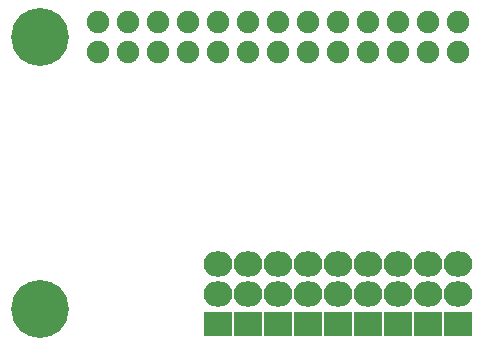
<source format=gbs>
G04 #@! TF.FileFunction,Soldermask,Bot*
%FSLAX46Y46*%
G04 Gerber Fmt 4.6, Leading zero omitted, Abs format (unit mm)*
G04 Created by KiCad (PCBNEW 4.0.0-stable) date Tuesday, March 22, 2016 'PMt' 06:17:10 PM*
%MOMM*%
G01*
G04 APERTURE LIST*
%ADD10C,0.100000*%
%ADD11C,4.900000*%
%ADD12C,1.900000*%
%ADD13R,2.432000X2.127200*%
%ADD14O,2.432000X2.127200*%
G04 APERTURE END LIST*
D10*
D11*
X3500000Y26500000D03*
X3500000Y3500000D03*
D12*
X8370000Y25230000D03*
X8370000Y27770000D03*
X10910000Y25230000D03*
X13450000Y25230000D03*
X15990000Y25230000D03*
X18530000Y25230000D03*
X21070000Y25230000D03*
X23610000Y25230000D03*
X26150000Y25230000D03*
X28690000Y25230000D03*
X31230000Y25230000D03*
X33770000Y25230000D03*
X36310000Y25230000D03*
X38850000Y25230000D03*
X10910000Y27770000D03*
X13450000Y27770000D03*
X15990000Y27770000D03*
X18530000Y27770000D03*
X21070000Y27770000D03*
X23610000Y27770000D03*
X26150000Y27770000D03*
X28690000Y27770000D03*
X31230000Y27770000D03*
X33770000Y27770000D03*
X36310000Y27770000D03*
X38850000Y27770000D03*
D13*
X18530000Y2200000D03*
D14*
X18530000Y4740000D03*
X18530000Y7280000D03*
D13*
X21070000Y2200000D03*
D14*
X21070000Y4740000D03*
X21070000Y7280000D03*
D13*
X23610000Y2200000D03*
D14*
X23610000Y4740000D03*
X23610000Y7280000D03*
D13*
X26150000Y2200000D03*
D14*
X26150000Y4740000D03*
X26150000Y7280000D03*
D13*
X28690000Y2200000D03*
D14*
X28690000Y4740000D03*
X28690000Y7280000D03*
D13*
X31230000Y2200000D03*
D14*
X31230000Y4740000D03*
X31230000Y7280000D03*
D13*
X33770000Y2200000D03*
D14*
X33770000Y4740000D03*
X33770000Y7280000D03*
D13*
X36310000Y2200000D03*
D14*
X36310000Y4740000D03*
X36310000Y7280000D03*
D13*
X38850000Y2200000D03*
D14*
X38850000Y4740000D03*
X38850000Y7280000D03*
M02*

</source>
